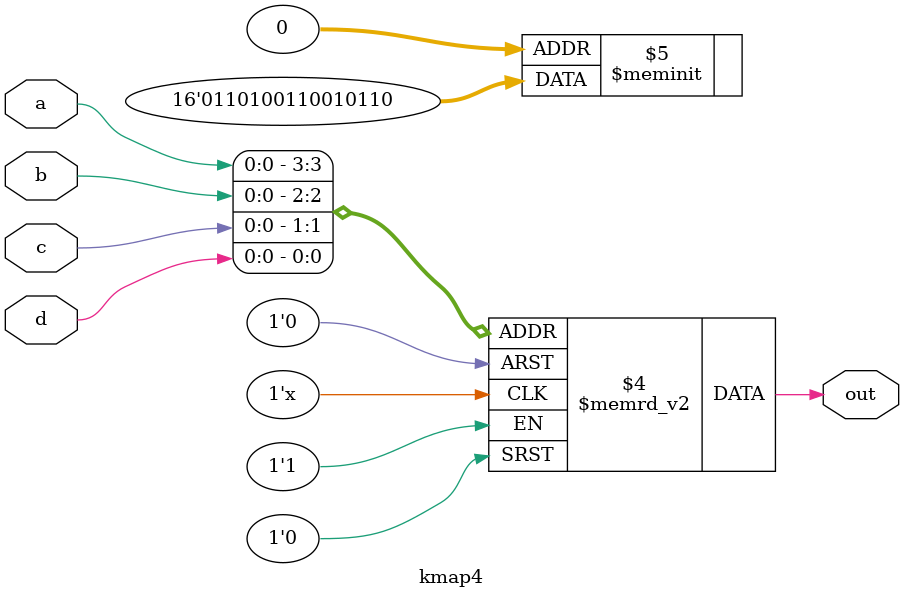
<source format=v>
module kmap4 (
	input a, 
	input b,
	input c,
	input d,
	output reg out
);
 	
    always @(*) begin
        case({a,b,c,d})
            4'h0: out = 0;
            4'h1: out = 1;
            4'h3: out = 0;
            4'h2: out = 1;
            4'h4: out = 1;
            4'h5: out = 0;
            4'h7: out = 1;
            4'h6: out = 0;
            4'hc: out = 0;
            4'hd: out = 1;
            4'hf: out = 0;
            4'he: out = 1;
            4'h8: out = 1;
            4'h9: out = 0;
            4'hb: out = 1;
            4'ha: out = 0;
        endcase
    end
endmodule
</source>
